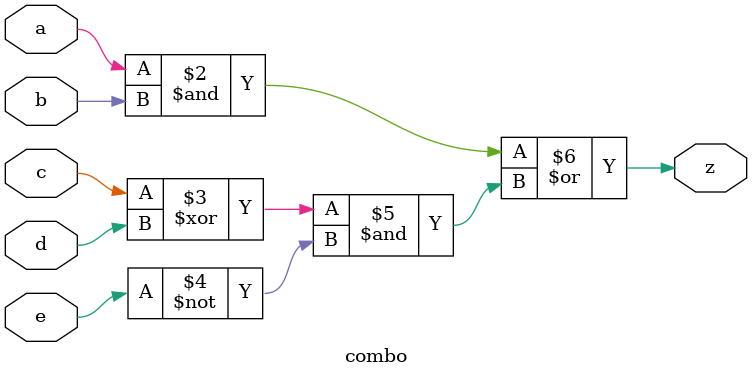
<source format=v>
module combo ( input a, b, c, d, e, output reg z);
	always @ ( a or b or c or d or e) begin
		z = ((a & b) | (c ^ d) & ~e);
	end
endmodule
</source>
